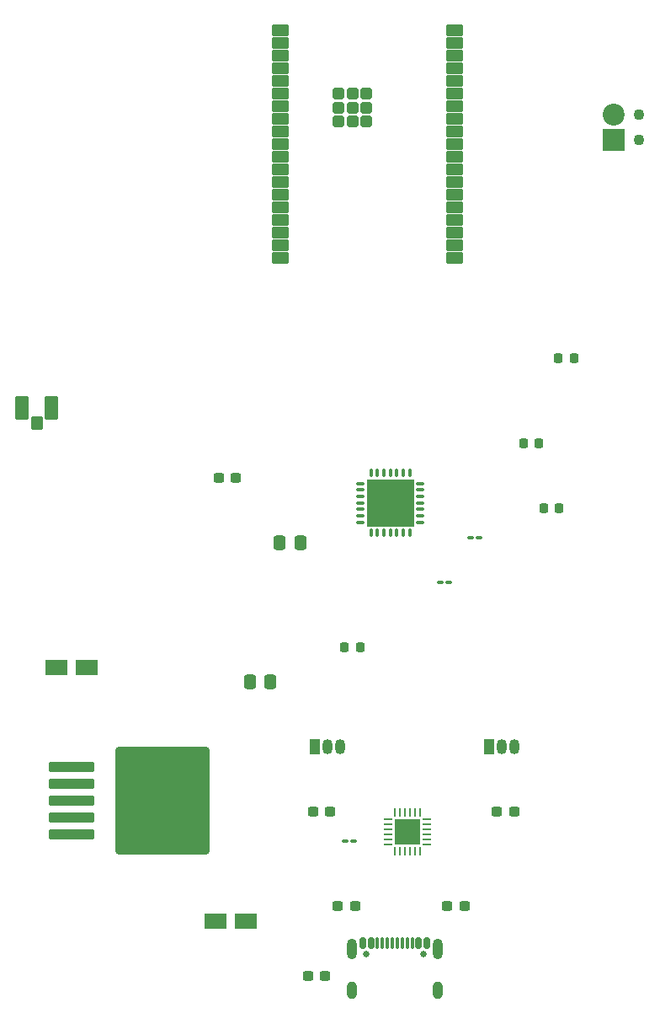
<source format=gbr>
%TF.GenerationSoftware,KiCad,Pcbnew,8.0.4*%
%TF.CreationDate,2025-08-04T00:55:42+05:30*%
%TF.ProjectId,Receiver,52656365-6976-4657-922e-6b696361645f,rev?*%
%TF.SameCoordinates,Original*%
%TF.FileFunction,Soldermask,Top*%
%TF.FilePolarity,Negative*%
%FSLAX46Y46*%
G04 Gerber Fmt 4.6, Leading zero omitted, Abs format (unit mm)*
G04 Created by KiCad (PCBNEW 8.0.4) date 2025-08-04 00:55:42*
%MOMM*%
%LPD*%
G01*
G04 APERTURE LIST*
G04 Aperture macros list*
%AMRoundRect*
0 Rectangle with rounded corners*
0 $1 Rounding radius*
0 $2 $3 $4 $5 $6 $7 $8 $9 X,Y pos of 4 corners*
0 Add a 4 corners polygon primitive as box body*
4,1,4,$2,$3,$4,$5,$6,$7,$8,$9,$2,$3,0*
0 Add four circle primitives for the rounded corners*
1,1,$1+$1,$2,$3*
1,1,$1+$1,$4,$5*
1,1,$1+$1,$6,$7*
1,1,$1+$1,$8,$9*
0 Add four rect primitives between the rounded corners*
20,1,$1+$1,$2,$3,$4,$5,0*
20,1,$1+$1,$4,$5,$6,$7,0*
20,1,$1+$1,$6,$7,$8,$9,0*
20,1,$1+$1,$8,$9,$2,$3,0*%
G04 Aperture macros list end*
%ADD10RoundRect,0.075000X-0.312500X-0.075000X0.312500X-0.075000X0.312500X0.075000X-0.312500X0.075000X0*%
%ADD11RoundRect,0.075000X-0.075000X-0.312500X0.075000X-0.312500X0.075000X0.312500X-0.075000X0.312500X0*%
%ADD12R,4.800000X4.800000*%
%ADD13RoundRect,0.062500X-0.350000X-0.062500X0.350000X-0.062500X0.350000X0.062500X-0.350000X0.062500X0*%
%ADD14RoundRect,0.062500X-0.062500X-0.350000X0.062500X-0.350000X0.062500X0.350000X-0.062500X0.350000X0*%
%ADD15R,2.600000X2.600000*%
%ADD16RoundRect,0.102000X-0.750000X-0.450000X0.750000X-0.450000X0.750000X0.450000X-0.750000X0.450000X0*%
%ADD17RoundRect,0.102000X-0.450000X-0.450000X0.450000X-0.450000X0.450000X0.450000X-0.450000X0.450000X0*%
%ADD18RoundRect,0.250000X-2.050000X-0.300000X2.050000X-0.300000X2.050000X0.300000X-2.050000X0.300000X0*%
%ADD19RoundRect,0.250002X-4.449998X-5.149998X4.449998X-5.149998X4.449998X5.149998X-4.449998X5.149998X0*%
%ADD20RoundRect,0.237500X0.300000X0.237500X-0.300000X0.237500X-0.300000X-0.237500X0.300000X-0.237500X0*%
%ADD21RoundRect,0.237500X-0.300000X-0.237500X0.300000X-0.237500X0.300000X0.237500X-0.300000X0.237500X0*%
%ADD22R,1.050000X1.500000*%
%ADD23O,1.050000X1.500000*%
%ADD24RoundRect,0.102000X-0.525000X-0.550000X0.525000X-0.550000X0.525000X0.550000X-0.525000X0.550000X0*%
%ADD25RoundRect,0.102000X-0.550000X-1.125000X0.550000X-1.125000X0.550000X1.125000X-0.550000X1.125000X0*%
%ADD26C,0.650000*%
%ADD27RoundRect,0.150000X-0.150000X-0.425000X0.150000X-0.425000X0.150000X0.425000X-0.150000X0.425000X0*%
%ADD28RoundRect,0.075000X-0.075000X-0.500000X0.075000X-0.500000X0.075000X0.500000X-0.075000X0.500000X0*%
%ADD29O,1.000000X2.100000*%
%ADD30O,1.000000X1.800000*%
%ADD31C,1.100000*%
%ADD32R,2.200000X2.200000*%
%ADD33C,2.200000*%
%ADD34RoundRect,0.250000X-0.337500X-0.475000X0.337500X-0.475000X0.337500X0.475000X-0.337500X0.475000X0*%
%ADD35RoundRect,0.100000X-0.217500X-0.100000X0.217500X-0.100000X0.217500X0.100000X-0.217500X0.100000X0*%
%ADD36RoundRect,0.100000X0.217500X0.100000X-0.217500X0.100000X-0.217500X-0.100000X0.217500X-0.100000X0*%
%ADD37RoundRect,0.225000X0.225000X0.250000X-0.225000X0.250000X-0.225000X-0.250000X0.225000X-0.250000X0*%
%ADD38RoundRect,0.225000X-0.225000X-0.250000X0.225000X-0.250000X0.225000X0.250000X-0.225000X0.250000X0*%
%ADD39R,2.200000X1.600000*%
G04 APERTURE END LIST*
D10*
%TO.C,U5*%
X136062500Y-96537500D03*
X136062500Y-97187500D03*
X136062500Y-97837500D03*
X136062500Y-98487500D03*
X136062500Y-99137500D03*
X136062500Y-99787500D03*
X136062500Y-100437500D03*
D11*
X137100000Y-101475000D03*
X137750000Y-101475000D03*
X138400000Y-101475000D03*
X139050000Y-101475000D03*
X139700000Y-101475000D03*
X140350000Y-101475000D03*
X141000000Y-101475000D03*
D10*
X142037500Y-100437500D03*
X142037500Y-99787500D03*
X142037500Y-99137500D03*
X142037500Y-98487500D03*
X142037500Y-97837500D03*
X142037500Y-97187500D03*
X142037500Y-96537500D03*
D11*
X141000000Y-95500000D03*
X140350000Y-95500000D03*
X139700000Y-95500000D03*
X139050000Y-95500000D03*
X138400000Y-95500000D03*
X137750000Y-95500000D03*
X137100000Y-95500000D03*
D12*
X139050000Y-98487500D03*
%TD*%
D13*
%TO.C,U3*%
X138812500Y-130312500D03*
X138812500Y-130812500D03*
X138812500Y-131312500D03*
X138812500Y-131812500D03*
X138812500Y-132312500D03*
X138812500Y-132812500D03*
D14*
X139500000Y-133500000D03*
X140000000Y-133500000D03*
X140500000Y-133500000D03*
X141000000Y-133500000D03*
X141500000Y-133500000D03*
X142000000Y-133500000D03*
D13*
X142687500Y-132812500D03*
X142687500Y-132312500D03*
X142687500Y-131812500D03*
X142687500Y-131312500D03*
X142687500Y-130812500D03*
X142687500Y-130312500D03*
D14*
X142000000Y-129625000D03*
X141500000Y-129625000D03*
X141000000Y-129625000D03*
X140500000Y-129625000D03*
X140000000Y-129625000D03*
X139500000Y-129625000D03*
D15*
X140750000Y-131562500D03*
%TD*%
D16*
%TO.C,U2*%
X128000000Y-51000000D03*
X128000000Y-52270000D03*
X128000000Y-53540000D03*
X128000000Y-54810000D03*
X128000000Y-56080000D03*
X128000000Y-57350000D03*
X128000000Y-58620000D03*
X128000000Y-59890000D03*
X128000000Y-61160000D03*
X128000000Y-62430000D03*
X128000000Y-63700000D03*
X128000000Y-64970000D03*
X128000000Y-66240000D03*
X128000000Y-67510000D03*
X128000000Y-68780000D03*
X128000000Y-70050000D03*
X128000000Y-71320000D03*
X128000000Y-72590000D03*
X128000000Y-73860000D03*
X145500000Y-73860000D03*
X145500000Y-72590000D03*
X145500000Y-71320000D03*
X145500000Y-70050000D03*
X145500000Y-68780000D03*
X145500000Y-67510000D03*
X145500000Y-66240000D03*
X145500000Y-64970000D03*
X145500000Y-63700000D03*
X145500000Y-62430000D03*
X145500000Y-61160000D03*
X145500000Y-59890000D03*
X145500000Y-58620000D03*
X145500000Y-57350000D03*
X145500000Y-56080000D03*
X145500000Y-54810000D03*
X145500000Y-53540000D03*
X145500000Y-52270000D03*
X145500000Y-51000000D03*
D17*
X133850000Y-57400000D03*
X135250000Y-57400000D03*
X136650000Y-57400000D03*
X133850000Y-58800000D03*
X135250000Y-58800000D03*
X136650000Y-58800000D03*
X133850000Y-60200000D03*
X135250000Y-60200000D03*
X136650000Y-60200000D03*
%TD*%
D18*
%TO.C,U1*%
X107000000Y-125000000D03*
X107000000Y-126700000D03*
X107000000Y-128400000D03*
D19*
X116150000Y-128400000D03*
D18*
X107000000Y-130100000D03*
X107000000Y-131800000D03*
%TD*%
D20*
%TO.C,R5*%
X135500000Y-139000000D03*
X133775000Y-139000000D03*
%TD*%
D21*
%TO.C,R4*%
X144775000Y-139000000D03*
X146500000Y-139000000D03*
%TD*%
%TO.C,R3*%
X131275000Y-129500000D03*
X133000000Y-129500000D03*
%TD*%
%TO.C,R2*%
X149775000Y-129500000D03*
X151500000Y-129500000D03*
%TD*%
D22*
%TO.C,Q2*%
X131460000Y-123000000D03*
D23*
X132730000Y-123000000D03*
X134000000Y-123000000D03*
%TD*%
D22*
%TO.C,Q1*%
X148960000Y-123000000D03*
D23*
X150230000Y-123000000D03*
X151500000Y-123000000D03*
%TD*%
D24*
%TO.C,J5*%
X103500000Y-90500000D03*
D25*
X104975000Y-88950000D03*
X102025000Y-88950000D03*
%TD*%
D26*
%TO.C,J4*%
X136610000Y-143820000D03*
X142390000Y-143820000D03*
D27*
X136300000Y-142745000D03*
X137100000Y-142745000D03*
D28*
X138250000Y-142745000D03*
X139250000Y-142745000D03*
X139750000Y-142745000D03*
X140750000Y-142745000D03*
D27*
X141900000Y-142745000D03*
X142700000Y-142745000D03*
X142700000Y-142745000D03*
X141900000Y-142745000D03*
D28*
X141250000Y-142745000D03*
X140250000Y-142745000D03*
X138750000Y-142745000D03*
X137750000Y-142745000D03*
D27*
X137100000Y-142745000D03*
X136300000Y-142745000D03*
D29*
X135180000Y-143320000D03*
D30*
X135180000Y-147500000D03*
D29*
X143820000Y-143320000D03*
D30*
X143820000Y-147500000D03*
%TD*%
D31*
%TO.C,J1*%
X164040000Y-62000000D03*
X164040000Y-59460000D03*
D32*
X161500000Y-62000000D03*
D33*
X161500000Y-59460000D03*
%TD*%
D34*
%TO.C,C13*%
X127000000Y-116500000D03*
X124925000Y-116500000D03*
%TD*%
%TO.C,C12*%
X130000000Y-102500000D03*
X127925000Y-102500000D03*
%TD*%
D21*
%TO.C,C11*%
X123500000Y-96000000D03*
X121775000Y-96000000D03*
%TD*%
D35*
%TO.C,C10*%
X135340000Y-132500000D03*
X134525000Y-132500000D03*
%TD*%
D36*
%TO.C,C9*%
X147160000Y-102000000D03*
X147975000Y-102000000D03*
%TD*%
D37*
%TO.C,C8*%
X154000000Y-92500000D03*
X152450000Y-92500000D03*
%TD*%
D35*
%TO.C,C7*%
X144907500Y-106500000D03*
X144092500Y-106500000D03*
%TD*%
D38*
%TO.C,C6*%
X134450000Y-113000000D03*
X136000000Y-113000000D03*
%TD*%
D21*
%TO.C,C5*%
X130775000Y-146000000D03*
X132500000Y-146000000D03*
%TD*%
D37*
%TO.C,C4*%
X156000000Y-99000000D03*
X154450000Y-99000000D03*
%TD*%
D39*
%TO.C,C3*%
X121500000Y-140500000D03*
X124500000Y-140500000D03*
%TD*%
%TO.C,C2*%
X105500000Y-115000000D03*
X108500000Y-115000000D03*
%TD*%
D38*
%TO.C,C1*%
X155950000Y-84000000D03*
X157500000Y-84000000D03*
%TD*%
M02*

</source>
